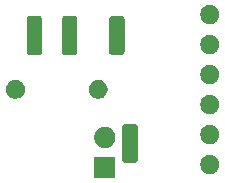
<source format=gbr>
G04 #@! TF.GenerationSoftware,KiCad,Pcbnew,(5.1.5)-3*
G04 #@! TF.CreationDate,2020-12-21T12:20:19+01:00*
G04 #@! TF.ProjectId,epimetheus_bme280,6570696d-6574-4686-9575-735f626d6532,rev?*
G04 #@! TF.SameCoordinates,Original*
G04 #@! TF.FileFunction,Soldermask,Top*
G04 #@! TF.FilePolarity,Negative*
%FSLAX46Y46*%
G04 Gerber Fmt 4.6, Leading zero omitted, Abs format (unit mm)*
G04 Created by KiCad (PCBNEW (5.1.5)-3) date 2020-12-21 12:20:19*
%MOMM*%
%LPD*%
G04 APERTURE LIST*
%ADD10C,0.100000*%
G04 APERTURE END LIST*
D10*
G36*
X171843000Y-38493000D02*
G01*
X170041000Y-38493000D01*
X170041000Y-36691000D01*
X171843000Y-36691000D01*
X171843000Y-38493000D01*
G37*
G36*
X180069142Y-36556242D02*
G01*
X180217101Y-36617529D01*
X180350255Y-36706499D01*
X180463501Y-36819745D01*
X180552471Y-36952899D01*
X180613758Y-37100858D01*
X180645000Y-37257925D01*
X180645000Y-37418075D01*
X180613758Y-37575142D01*
X180552471Y-37723101D01*
X180463501Y-37856255D01*
X180350255Y-37969501D01*
X180217101Y-38058471D01*
X180069142Y-38119758D01*
X179912075Y-38151000D01*
X179751925Y-38151000D01*
X179594858Y-38119758D01*
X179446899Y-38058471D01*
X179313745Y-37969501D01*
X179200499Y-37856255D01*
X179111529Y-37723101D01*
X179050242Y-37575142D01*
X179019000Y-37418075D01*
X179019000Y-37257925D01*
X179050242Y-37100858D01*
X179111529Y-36952899D01*
X179200499Y-36819745D01*
X179313745Y-36706499D01*
X179446899Y-36617529D01*
X179594858Y-36556242D01*
X179751925Y-36525000D01*
X179912075Y-36525000D01*
X180069142Y-36556242D01*
G37*
G36*
X173512192Y-33914646D02*
G01*
X173561414Y-33929578D01*
X173606778Y-33953826D01*
X173646542Y-33986458D01*
X173679174Y-34026222D01*
X173703422Y-34071586D01*
X173718354Y-34120808D01*
X173724000Y-34178140D01*
X173724000Y-36941860D01*
X173718354Y-36999192D01*
X173703422Y-37048414D01*
X173679174Y-37093778D01*
X173646542Y-37133542D01*
X173606778Y-37166174D01*
X173561414Y-37190422D01*
X173512192Y-37205354D01*
X173454860Y-37211000D01*
X172691140Y-37211000D01*
X172633808Y-37205354D01*
X172584586Y-37190422D01*
X172539222Y-37166174D01*
X172499458Y-37133542D01*
X172466826Y-37093778D01*
X172442578Y-37048414D01*
X172427646Y-36999192D01*
X172422000Y-36941860D01*
X172422000Y-34178140D01*
X172427646Y-34120808D01*
X172442578Y-34071586D01*
X172466826Y-34026222D01*
X172499458Y-33986458D01*
X172539222Y-33953826D01*
X172584586Y-33929578D01*
X172633808Y-33914646D01*
X172691140Y-33909000D01*
X173454860Y-33909000D01*
X173512192Y-33914646D01*
G37*
G36*
X171055512Y-34155927D02*
G01*
X171204812Y-34185624D01*
X171368784Y-34253544D01*
X171516354Y-34352147D01*
X171641853Y-34477646D01*
X171740456Y-34625216D01*
X171808376Y-34789188D01*
X171843000Y-34963259D01*
X171843000Y-35140741D01*
X171808376Y-35314812D01*
X171740456Y-35478784D01*
X171641853Y-35626354D01*
X171516354Y-35751853D01*
X171368784Y-35850456D01*
X171204812Y-35918376D01*
X171055512Y-35948073D01*
X171030742Y-35953000D01*
X170853258Y-35953000D01*
X170828488Y-35948073D01*
X170679188Y-35918376D01*
X170515216Y-35850456D01*
X170367646Y-35751853D01*
X170242147Y-35626354D01*
X170143544Y-35478784D01*
X170075624Y-35314812D01*
X170041000Y-35140741D01*
X170041000Y-34963259D01*
X170075624Y-34789188D01*
X170143544Y-34625216D01*
X170242147Y-34477646D01*
X170367646Y-34352147D01*
X170515216Y-34253544D01*
X170679188Y-34185624D01*
X170828488Y-34155927D01*
X170853258Y-34151000D01*
X171030742Y-34151000D01*
X171055512Y-34155927D01*
G37*
G36*
X180069142Y-34016242D02*
G01*
X180217101Y-34077529D01*
X180350255Y-34166499D01*
X180463501Y-34279745D01*
X180552471Y-34412899D01*
X180613758Y-34560858D01*
X180645000Y-34717925D01*
X180645000Y-34878075D01*
X180613758Y-35035142D01*
X180552471Y-35183101D01*
X180463501Y-35316255D01*
X180350255Y-35429501D01*
X180217101Y-35518471D01*
X180069142Y-35579758D01*
X179912075Y-35611000D01*
X179751925Y-35611000D01*
X179594858Y-35579758D01*
X179446899Y-35518471D01*
X179313745Y-35429501D01*
X179200499Y-35316255D01*
X179111529Y-35183101D01*
X179050242Y-35035142D01*
X179019000Y-34878075D01*
X179019000Y-34717925D01*
X179050242Y-34560858D01*
X179111529Y-34412899D01*
X179200499Y-34279745D01*
X179313745Y-34166499D01*
X179446899Y-34077529D01*
X179594858Y-34016242D01*
X179751925Y-33985000D01*
X179912075Y-33985000D01*
X180069142Y-34016242D01*
G37*
G36*
X180069142Y-31476242D02*
G01*
X180217101Y-31537529D01*
X180350255Y-31626499D01*
X180463501Y-31739745D01*
X180552471Y-31872899D01*
X180613758Y-32020858D01*
X180645000Y-32177925D01*
X180645000Y-32338075D01*
X180613758Y-32495142D01*
X180552471Y-32643101D01*
X180463501Y-32776255D01*
X180350255Y-32889501D01*
X180217101Y-32978471D01*
X180069142Y-33039758D01*
X179912075Y-33071000D01*
X179751925Y-33071000D01*
X179594858Y-33039758D01*
X179446899Y-32978471D01*
X179313745Y-32889501D01*
X179200499Y-32776255D01*
X179111529Y-32643101D01*
X179050242Y-32495142D01*
X179019000Y-32338075D01*
X179019000Y-32177925D01*
X179050242Y-32020858D01*
X179111529Y-31872899D01*
X179200499Y-31739745D01*
X179313745Y-31626499D01*
X179446899Y-31537529D01*
X179594858Y-31476242D01*
X179751925Y-31445000D01*
X179912075Y-31445000D01*
X180069142Y-31476242D01*
G37*
G36*
X170606642Y-30217781D02*
G01*
X170752414Y-30278162D01*
X170752416Y-30278163D01*
X170883608Y-30365822D01*
X170995178Y-30477392D01*
X171010122Y-30499758D01*
X171082838Y-30608586D01*
X171143219Y-30754358D01*
X171174000Y-30909107D01*
X171174000Y-31066893D01*
X171143219Y-31221642D01*
X171082838Y-31367414D01*
X171082837Y-31367416D01*
X170995178Y-31498608D01*
X170883608Y-31610178D01*
X170752416Y-31697837D01*
X170752415Y-31697838D01*
X170752414Y-31697838D01*
X170606642Y-31758219D01*
X170451893Y-31789000D01*
X170294107Y-31789000D01*
X170139358Y-31758219D01*
X169993586Y-31697838D01*
X169993585Y-31697838D01*
X169993584Y-31697837D01*
X169862392Y-31610178D01*
X169750822Y-31498608D01*
X169663163Y-31367416D01*
X169663162Y-31367414D01*
X169602781Y-31221642D01*
X169572000Y-31066893D01*
X169572000Y-30909107D01*
X169602781Y-30754358D01*
X169663162Y-30608586D01*
X169735878Y-30499758D01*
X169750822Y-30477392D01*
X169862392Y-30365822D01*
X169993584Y-30278163D01*
X169993586Y-30278162D01*
X170139358Y-30217781D01*
X170294107Y-30187000D01*
X170451893Y-30187000D01*
X170606642Y-30217781D01*
G37*
G36*
X163606642Y-30217781D02*
G01*
X163752414Y-30278162D01*
X163752416Y-30278163D01*
X163883608Y-30365822D01*
X163995178Y-30477392D01*
X164010122Y-30499758D01*
X164082838Y-30608586D01*
X164143219Y-30754358D01*
X164174000Y-30909107D01*
X164174000Y-31066893D01*
X164143219Y-31221642D01*
X164082838Y-31367414D01*
X164082837Y-31367416D01*
X163995178Y-31498608D01*
X163883608Y-31610178D01*
X163752416Y-31697837D01*
X163752415Y-31697838D01*
X163752414Y-31697838D01*
X163606642Y-31758219D01*
X163451893Y-31789000D01*
X163294107Y-31789000D01*
X163139358Y-31758219D01*
X162993586Y-31697838D01*
X162993585Y-31697838D01*
X162993584Y-31697837D01*
X162862392Y-31610178D01*
X162750822Y-31498608D01*
X162663163Y-31367416D01*
X162663162Y-31367414D01*
X162602781Y-31221642D01*
X162572000Y-31066893D01*
X162572000Y-30909107D01*
X162602781Y-30754358D01*
X162663162Y-30608586D01*
X162735878Y-30499758D01*
X162750822Y-30477392D01*
X162862392Y-30365822D01*
X162993584Y-30278163D01*
X162993586Y-30278162D01*
X163139358Y-30217781D01*
X163294107Y-30187000D01*
X163451893Y-30187000D01*
X163606642Y-30217781D01*
G37*
G36*
X180069142Y-28936242D02*
G01*
X180217101Y-28997529D01*
X180350255Y-29086499D01*
X180463501Y-29199745D01*
X180552471Y-29332899D01*
X180613758Y-29480858D01*
X180645000Y-29637925D01*
X180645000Y-29798075D01*
X180613758Y-29955142D01*
X180552471Y-30103101D01*
X180463501Y-30236255D01*
X180350255Y-30349501D01*
X180217101Y-30438471D01*
X180069142Y-30499758D01*
X179912075Y-30531000D01*
X179751925Y-30531000D01*
X179594858Y-30499758D01*
X179446899Y-30438471D01*
X179313745Y-30349501D01*
X179200499Y-30236255D01*
X179111529Y-30103101D01*
X179050242Y-29955142D01*
X179019000Y-29798075D01*
X179019000Y-29637925D01*
X179050242Y-29480858D01*
X179111529Y-29332899D01*
X179200499Y-29199745D01*
X179313745Y-29086499D01*
X179446899Y-28997529D01*
X179594858Y-28936242D01*
X179751925Y-28905000D01*
X179912075Y-28905000D01*
X180069142Y-28936242D01*
G37*
G36*
X165412192Y-24770646D02*
G01*
X165461414Y-24785578D01*
X165506778Y-24809826D01*
X165546542Y-24842458D01*
X165579174Y-24882222D01*
X165603422Y-24927586D01*
X165618354Y-24976808D01*
X165624000Y-25034140D01*
X165624000Y-27797860D01*
X165618354Y-27855192D01*
X165603422Y-27904414D01*
X165579174Y-27949778D01*
X165546542Y-27989542D01*
X165506778Y-28022174D01*
X165461414Y-28046422D01*
X165412192Y-28061354D01*
X165354860Y-28067000D01*
X164591140Y-28067000D01*
X164533808Y-28061354D01*
X164484586Y-28046422D01*
X164439222Y-28022174D01*
X164399458Y-27989542D01*
X164366826Y-27949778D01*
X164342578Y-27904414D01*
X164327646Y-27855192D01*
X164322000Y-27797860D01*
X164322000Y-25034140D01*
X164327646Y-24976808D01*
X164342578Y-24927586D01*
X164366826Y-24882222D01*
X164399458Y-24842458D01*
X164439222Y-24809826D01*
X164484586Y-24785578D01*
X164533808Y-24770646D01*
X164591140Y-24765000D01*
X165354860Y-24765000D01*
X165412192Y-24770646D01*
G37*
G36*
X168412192Y-24770646D02*
G01*
X168461414Y-24785578D01*
X168506778Y-24809826D01*
X168546542Y-24842458D01*
X168579174Y-24882222D01*
X168603422Y-24927586D01*
X168618354Y-24976808D01*
X168624000Y-25034140D01*
X168624000Y-27797860D01*
X168618354Y-27855192D01*
X168603422Y-27904414D01*
X168579174Y-27949778D01*
X168546542Y-27989542D01*
X168506778Y-28022174D01*
X168461414Y-28046422D01*
X168412192Y-28061354D01*
X168354860Y-28067000D01*
X167591140Y-28067000D01*
X167533808Y-28061354D01*
X167484586Y-28046422D01*
X167439222Y-28022174D01*
X167399458Y-27989542D01*
X167366826Y-27949778D01*
X167342578Y-27904414D01*
X167327646Y-27855192D01*
X167322000Y-27797860D01*
X167322000Y-25034140D01*
X167327646Y-24976808D01*
X167342578Y-24927586D01*
X167366826Y-24882222D01*
X167399458Y-24842458D01*
X167439222Y-24809826D01*
X167484586Y-24785578D01*
X167533808Y-24770646D01*
X167591140Y-24765000D01*
X168354860Y-24765000D01*
X168412192Y-24770646D01*
G37*
G36*
X172397192Y-24770646D02*
G01*
X172446414Y-24785578D01*
X172491778Y-24809826D01*
X172531542Y-24842458D01*
X172564174Y-24882222D01*
X172588422Y-24927586D01*
X172603354Y-24976808D01*
X172609000Y-25034140D01*
X172609000Y-27797860D01*
X172603354Y-27855192D01*
X172588422Y-27904414D01*
X172564174Y-27949778D01*
X172531542Y-27989542D01*
X172491778Y-28022174D01*
X172446414Y-28046422D01*
X172397192Y-28061354D01*
X172339860Y-28067000D01*
X171576140Y-28067000D01*
X171518808Y-28061354D01*
X171469586Y-28046422D01*
X171424222Y-28022174D01*
X171384458Y-27989542D01*
X171351826Y-27949778D01*
X171327578Y-27904414D01*
X171312646Y-27855192D01*
X171307000Y-27797860D01*
X171307000Y-25034140D01*
X171312646Y-24976808D01*
X171327578Y-24927586D01*
X171351826Y-24882222D01*
X171384458Y-24842458D01*
X171424222Y-24809826D01*
X171469586Y-24785578D01*
X171518808Y-24770646D01*
X171576140Y-24765000D01*
X172339860Y-24765000D01*
X172397192Y-24770646D01*
G37*
G36*
X180069142Y-26396242D02*
G01*
X180217101Y-26457529D01*
X180350255Y-26546499D01*
X180463501Y-26659745D01*
X180552471Y-26792899D01*
X180613758Y-26940858D01*
X180645000Y-27097925D01*
X180645000Y-27258075D01*
X180613758Y-27415142D01*
X180552471Y-27563101D01*
X180463501Y-27696255D01*
X180350255Y-27809501D01*
X180217101Y-27898471D01*
X180069142Y-27959758D01*
X179912075Y-27991000D01*
X179751925Y-27991000D01*
X179594858Y-27959758D01*
X179446899Y-27898471D01*
X179313745Y-27809501D01*
X179200499Y-27696255D01*
X179111529Y-27563101D01*
X179050242Y-27415142D01*
X179019000Y-27258075D01*
X179019000Y-27097925D01*
X179050242Y-26940858D01*
X179111529Y-26792899D01*
X179200499Y-26659745D01*
X179313745Y-26546499D01*
X179446899Y-26457529D01*
X179594858Y-26396242D01*
X179751925Y-26365000D01*
X179912075Y-26365000D01*
X180069142Y-26396242D01*
G37*
G36*
X180069142Y-23856242D02*
G01*
X180217101Y-23917529D01*
X180350255Y-24006499D01*
X180463501Y-24119745D01*
X180552471Y-24252899D01*
X180613758Y-24400858D01*
X180645000Y-24557925D01*
X180645000Y-24718075D01*
X180613758Y-24875142D01*
X180552471Y-25023101D01*
X180463501Y-25156255D01*
X180350255Y-25269501D01*
X180217101Y-25358471D01*
X180069142Y-25419758D01*
X179912075Y-25451000D01*
X179751925Y-25451000D01*
X179594858Y-25419758D01*
X179446899Y-25358471D01*
X179313745Y-25269501D01*
X179200499Y-25156255D01*
X179111529Y-25023101D01*
X179050242Y-24875142D01*
X179019000Y-24718075D01*
X179019000Y-24557925D01*
X179050242Y-24400858D01*
X179111529Y-24252899D01*
X179200499Y-24119745D01*
X179313745Y-24006499D01*
X179446899Y-23917529D01*
X179594858Y-23856242D01*
X179751925Y-23825000D01*
X179912075Y-23825000D01*
X180069142Y-23856242D01*
G37*
M02*

</source>
